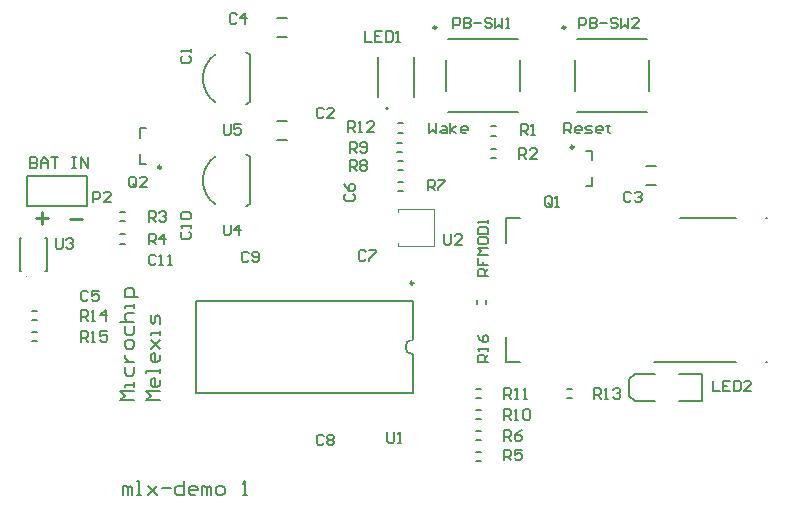
<source format=gto>
G04*
G04 #@! TF.GenerationSoftware,Altium Limited,Altium Designer,20.1.8 (145)*
G04*
G04 Layer_Color=16777215*
%FSLAX25Y25*%
%MOIN*%
G70*
G04*
G04 #@! TF.SameCoordinates,6F670A74-5D77-4B1B-A970-1CA094F5BC2F*
G04*
G04*
G04 #@! TF.FilePolarity,Positive*
G04*
G01*
G75*
%ADD10C,0.00984*%
%ADD11C,0.00787*%
%ADD12C,0.01000*%
%ADD13C,0.00394*%
%ADD14C,0.00600*%
%ADD15C,0.00500*%
%ADD16C,0.00700*%
D10*
X205839Y180760D02*
G03*
X205839Y180760I-492J0D01*
G01*
X121732Y219413D02*
G03*
X121732Y219413I-492J0D01*
G01*
X259252Y226087D02*
G03*
X259252Y226087I-492J0D01*
G01*
D11*
X205720Y162000D02*
G03*
X205720Y157000I0J-2500D01*
G01*
X151433Y256831D02*
G03*
X150181Y257637I-5932J-7831D01*
G01*
X139762Y256949D02*
G03*
X139874Y240972I5738J-7949D01*
G01*
X150133Y240387D02*
G03*
X151406Y241205I-4633J8613D01*
G01*
X151433Y222831D02*
G03*
X150181Y223637I-5932J-7831D01*
G01*
X139762Y222949D02*
G03*
X139874Y206972I5738J-7949D01*
G01*
X150133Y206387D02*
G03*
X151406Y207205I-4633J8613D01*
G01*
X197394Y239000D02*
G03*
X197394Y239000I-394J0D01*
G01*
X205720Y162000D02*
Y174854D01*
Y144146D02*
Y157000D01*
X133280Y144146D02*
Y174854D01*
X205720D01*
X133280Y144146D02*
X205720D01*
X231713Y225575D02*
X233287D01*
X231713Y222425D02*
X233287D01*
X108213Y204575D02*
X109787D01*
X108213Y201425D02*
X109787D01*
X108213Y197075D02*
X109787D01*
X108213Y193925D02*
X109787D01*
X74713Y184776D02*
X75213D01*
X74713D02*
Y195276D01*
Y195776D01*
X75213D01*
X83213Y184776D02*
X83713D01*
Y185276D01*
Y195776D01*
X83213D02*
X83713D01*
X151406Y241205D02*
Y256795D01*
Y207205D02*
Y222795D01*
X114744Y229256D02*
Y232405D01*
X116713D01*
X114744Y220595D02*
Y223744D01*
Y220595D02*
X116713D01*
X77000Y206500D02*
X97000D01*
Y216500D01*
X77000D02*
X97000D01*
X77000Y206500D02*
Y216500D01*
X200713Y221575D02*
X202287D01*
X200713Y218425D02*
X202287D01*
X200713Y211425D02*
X202287D01*
X200713Y214575D02*
X202287D01*
X200559Y227575D02*
X202134D01*
X200559Y224425D02*
X202134D01*
X226713Y124575D02*
X228287D01*
X226713Y121425D02*
X228287D01*
X226713Y131575D02*
X228287D01*
X226713Y128425D02*
X228287D01*
X160425Y269150D02*
X163575D01*
X160425Y262850D02*
X163575D01*
X78713Y161425D02*
X80287D01*
X78713Y164575D02*
X80287D01*
X78713Y168425D02*
X80287D01*
X78713Y171575D02*
X80287D01*
X257213Y142425D02*
X258787D01*
X257213Y145575D02*
X258787D01*
X231713Y233075D02*
X233287D01*
X231713Y229925D02*
X233287D01*
X200713Y230925D02*
X202287D01*
X200713Y234075D02*
X202287D01*
X265256Y213094D02*
Y216244D01*
X263287Y213094D02*
X265256D01*
Y221756D02*
Y224905D01*
X263287D02*
X265256D01*
X160425Y234650D02*
X163575D01*
X160425Y228350D02*
X163575D01*
X226713Y145575D02*
X228287D01*
X226713Y142425D02*
X228287D01*
X226713Y138575D02*
X228287D01*
X226713Y135425D02*
X228287D01*
X283425Y219650D02*
X286575D01*
X283425Y213350D02*
X286575D01*
X230075Y173713D02*
Y175287D01*
X226925Y173713D02*
Y175287D01*
X323331Y202516D02*
X323705D01*
X323331Y154484D02*
X323705D01*
X285929D02*
X313488D01*
X236717D02*
X241441D01*
X236717D02*
Y162752D01*
Y194248D02*
Y202516D01*
X241441D01*
X294591D02*
X313488D01*
X279870Y141472D02*
X286563D01*
X277902Y148953D02*
X279870Y150528D01*
X277902Y143047D02*
X279870Y141472D01*
Y150528D02*
X286563D01*
X277902Y143047D02*
Y148953D01*
X301917Y141472D02*
Y150528D01*
X294437Y141472D02*
X301917D01*
X294437Y150528D02*
X301917D01*
D12*
X213500Y266000D02*
G03*
X213500Y266000I-500J0D01*
G01*
X256500D02*
G03*
X256500Y266000I-500J0D01*
G01*
X91500Y202000D02*
X95499D01*
X80000Y202499D02*
X83999D01*
X81999Y204499D02*
Y200500D01*
D13*
X77047Y182992D02*
G03*
X77047Y182992I-197J0D01*
G01*
X200700Y205400D02*
X212900D01*
X200700Y193200D02*
X212900D01*
X200700Y204400D02*
Y205400D01*
X212900Y193200D02*
Y205400D01*
X200700Y193300D02*
Y194100D01*
D14*
X217360Y237700D02*
X240640D01*
X241300Y244967D02*
Y255033D01*
X217360Y262300D02*
X240640D01*
X216700Y244967D02*
Y255033D01*
X260360Y237700D02*
X283640D01*
X284300Y244967D02*
Y255033D01*
X260360Y262300D02*
X283640D01*
X259700Y244967D02*
Y255033D01*
D15*
X205906Y242807D02*
Y256193D01*
X194095Y242807D02*
Y256193D01*
D16*
X112722Y141700D02*
X108224D01*
X109723Y143200D01*
X108224Y144699D01*
X112722D01*
Y146199D02*
Y147698D01*
Y146948D01*
X109723D01*
Y146199D01*
Y152946D02*
Y150697D01*
X110473Y149947D01*
X111972D01*
X112722Y150697D01*
Y152946D01*
X109723Y154446D02*
X112722D01*
X111223D01*
X110473Y155196D01*
X109723Y155945D01*
Y156695D01*
X112722Y159694D02*
Y161194D01*
X111972Y161943D01*
X110473D01*
X109723Y161194D01*
Y159694D01*
X110473Y158944D01*
X111972D01*
X112722Y159694D01*
X109723Y166442D02*
Y164193D01*
X110473Y163443D01*
X111972D01*
X112722Y164193D01*
Y166442D01*
X108224Y167942D02*
X112722D01*
X110473D01*
X109723Y168691D01*
Y170191D01*
X110473Y170941D01*
X112722D01*
Y172440D02*
Y173940D01*
Y173190D01*
X109723D01*
Y172440D01*
X114222Y176189D02*
X109723D01*
Y178438D01*
X110473Y179188D01*
X111972D01*
X112722Y178438D01*
Y176189D01*
X121300Y141700D02*
X116801D01*
X118301Y143200D01*
X116801Y144699D01*
X121300D01*
Y148448D02*
Y146948D01*
X120550Y146199D01*
X119051D01*
X118301Y146948D01*
Y148448D01*
X119051Y149198D01*
X119800D01*
Y146199D01*
X121300Y150697D02*
Y152197D01*
Y151447D01*
X116801D01*
Y150697D01*
X121300Y156695D02*
Y155196D01*
X120550Y154446D01*
X119051D01*
X118301Y155196D01*
Y156695D01*
X119051Y157445D01*
X119800D01*
Y154446D01*
X118301Y158944D02*
X121300Y161943D01*
X119800Y160444D01*
X118301Y161943D01*
X121300Y158944D01*
Y163443D02*
Y164943D01*
Y164193D01*
X118301D01*
Y163443D01*
X121300Y167192D02*
Y169441D01*
X120550Y170191D01*
X119800Y169441D01*
Y167942D01*
X119051Y167192D01*
X118301Y167942D01*
Y170191D01*
X211200Y234199D02*
Y230700D01*
X212366Y231866D01*
X213533Y230700D01*
Y234199D01*
X215282Y233033D02*
X216448D01*
X217031Y232449D01*
Y230700D01*
X215282D01*
X214699Y231283D01*
X215282Y231866D01*
X217031D01*
X218198Y230700D02*
Y234199D01*
Y231866D02*
X219947Y233033D01*
X218198Y231866D02*
X219947Y230700D01*
X223446D02*
X222280D01*
X221697Y231283D01*
Y232449D01*
X222280Y233033D01*
X223446D01*
X224029Y232449D01*
Y231866D01*
X221697D01*
X256200Y230700D02*
Y234199D01*
X257949D01*
X258533Y233616D01*
Y232449D01*
X257949Y231866D01*
X256200D01*
X257366D02*
X258533Y230700D01*
X261448D02*
X260282D01*
X259699Y231283D01*
Y232449D01*
X260282Y233033D01*
X261448D01*
X262031Y232449D01*
Y231866D01*
X259699D01*
X263198Y230700D02*
X264947D01*
X265530Y231283D01*
X264947Y231866D01*
X263781D01*
X263198Y232449D01*
X263781Y233033D01*
X265530D01*
X268446Y230700D02*
X267280D01*
X266697Y231283D01*
Y232449D01*
X267280Y233033D01*
X268446D01*
X269029Y232449D01*
Y231866D01*
X266697D01*
X270779Y233616D02*
Y233033D01*
X270196D01*
X271362D01*
X270779D01*
Y231283D01*
X271362Y230700D01*
X109200Y110200D02*
Y113199D01*
X109950D01*
X110699Y112449D01*
Y110200D01*
Y112449D01*
X111449Y113199D01*
X112199Y112449D01*
Y110200D01*
X113699D02*
X115198D01*
X114448D01*
Y114699D01*
X113699D01*
X117447Y113199D02*
X120446Y110200D01*
X118947Y111699D01*
X120446Y113199D01*
X117447Y110200D01*
X121946Y112449D02*
X124945D01*
X129444Y114699D02*
Y110200D01*
X127194D01*
X126444Y110950D01*
Y112449D01*
X127194Y113199D01*
X129444D01*
X133192Y110200D02*
X131693D01*
X130943Y110950D01*
Y112449D01*
X131693Y113199D01*
X133192D01*
X133942Y112449D01*
Y111699D01*
X130943D01*
X135442Y110200D02*
Y113199D01*
X136191D01*
X136941Y112449D01*
Y110200D01*
Y112449D01*
X137691Y113199D01*
X138441Y112449D01*
Y110200D01*
X140690D02*
X142189D01*
X142939Y110950D01*
Y112449D01*
X142189Y113199D01*
X140690D01*
X139940Y112449D01*
Y110950D01*
X140690Y110200D01*
X148937D02*
X150437D01*
X149687D01*
Y114699D01*
X148937Y113949D01*
X78200Y222699D02*
Y219200D01*
X79949D01*
X80533Y219783D01*
Y220366D01*
X79949Y220949D01*
X78200D01*
X79949D01*
X80533Y221533D01*
Y222116D01*
X79949Y222699D01*
X78200D01*
X81699Y219200D02*
Y221533D01*
X82865Y222699D01*
X84031Y221533D01*
Y219200D01*
Y220949D01*
X81699D01*
X85198Y222699D02*
X87530D01*
X86364D01*
Y219200D01*
X92195Y222699D02*
X93362D01*
X92779D01*
Y219200D01*
X92195D01*
X93362D01*
X95111D02*
Y222699D01*
X97444Y219200D01*
Y222699D01*
X197167Y131009D02*
Y128094D01*
X197751Y127510D01*
X198917D01*
X199500Y128094D01*
Y131009D01*
X200666Y127510D02*
X201833D01*
X201249D01*
Y131009D01*
X200666Y130426D01*
X120042Y189666D02*
X119459Y190249D01*
X118293D01*
X117710Y189666D01*
Y187334D01*
X118293Y186751D01*
X119459D01*
X120042Y187334D01*
X121208Y186751D02*
X122375D01*
X121792D01*
Y190249D01*
X121208Y189666D01*
X124124Y186751D02*
X125290D01*
X124707D01*
Y190249D01*
X124124Y189666D01*
X142584Y233749D02*
Y230834D01*
X143167Y230251D01*
X144334D01*
X144917Y230834D01*
Y233749D01*
X148416D02*
X146083D01*
Y232000D01*
X147249Y232583D01*
X147833D01*
X148416Y232000D01*
Y230834D01*
X147833Y230251D01*
X146666D01*
X146083Y230834D01*
X142584Y200249D02*
Y197334D01*
X143167Y196751D01*
X144334D01*
X144917Y197334D01*
Y200249D01*
X147833Y196751D02*
Y200249D01*
X146083Y198500D01*
X148416D01*
X128834Y197959D02*
X128251Y197376D01*
Y196210D01*
X128834Y195626D01*
X131166D01*
X131749Y196210D01*
Y197376D01*
X131166Y197959D01*
X131749Y199125D02*
Y200292D01*
Y199708D01*
X128251D01*
X128834Y199125D01*
Y202041D02*
X128251Y202624D01*
Y203790D01*
X128834Y204374D01*
X131166D01*
X131749Y203790D01*
Y202624D01*
X131166Y202041D01*
X128834D01*
X113417Y213334D02*
Y215666D01*
X112834Y216249D01*
X111667D01*
X111084Y215666D01*
Y213334D01*
X111667Y212751D01*
X112834D01*
X112251Y213917D02*
X113417Y212751D01*
X112834D02*
X113417Y213334D01*
X116916Y212751D02*
X114583D01*
X116916Y215083D01*
Y215666D01*
X116333Y216249D01*
X115166D01*
X114583Y215666D01*
X230749Y154626D02*
X227251D01*
Y156376D01*
X227834Y156959D01*
X229000D01*
X229583Y156376D01*
Y154626D01*
Y155793D02*
X230749Y156959D01*
Y158125D02*
Y159292D01*
Y158708D01*
X227251D01*
X227834Y158125D01*
X227251Y163374D02*
X227834Y162207D01*
X229000Y161041D01*
X230166D01*
X230749Y161624D01*
Y162790D01*
X230166Y163374D01*
X229583D01*
X229000Y162790D01*
Y161041D01*
X86584Y195749D02*
Y192834D01*
X87167Y192251D01*
X88334D01*
X88917Y192834D01*
Y195749D01*
X90083Y195166D02*
X90666Y195749D01*
X91833D01*
X92416Y195166D01*
Y194583D01*
X91833Y194000D01*
X91249D01*
X91833D01*
X92416Y193417D01*
Y192834D01*
X91833Y192251D01*
X90666D01*
X90083Y192834D01*
X216084Y197049D02*
Y194134D01*
X216667Y193551D01*
X217834D01*
X218417Y194134D01*
Y197049D01*
X221916Y193551D02*
X219583D01*
X221916Y195883D01*
Y196466D01*
X221333Y197049D01*
X220166D01*
X219583Y196466D01*
X230749Y183170D02*
X227251D01*
Y184919D01*
X227834Y185502D01*
X229000D01*
X229583Y184919D01*
Y183170D01*
Y184336D02*
X230749Y185502D01*
X227251Y189001D02*
Y186669D01*
X229000D01*
Y187835D01*
Y186669D01*
X230749D01*
Y190167D02*
X227251D01*
X228417Y191334D01*
X227251Y192500D01*
X230749D01*
X227251Y195416D02*
Y194249D01*
X227834Y193666D01*
X230166D01*
X230749Y194249D01*
Y195416D01*
X230166Y195999D01*
X227834D01*
X227251Y195416D01*
Y197165D02*
X230749D01*
Y198915D01*
X230166Y199498D01*
X227834D01*
X227251Y198915D01*
Y197165D01*
X230749Y200664D02*
Y201830D01*
Y201247D01*
X227251D01*
X227834Y200664D01*
X95126Y161251D02*
Y164749D01*
X96876D01*
X97459Y164166D01*
Y163000D01*
X96876Y162417D01*
X95126D01*
X96293D02*
X97459Y161251D01*
X98625D02*
X99792D01*
X99208D01*
Y164749D01*
X98625Y164166D01*
X103874Y164749D02*
X101541D01*
Y163000D01*
X102707Y163583D01*
X103290D01*
X103874Y163000D01*
Y161834D01*
X103290Y161251D01*
X102124D01*
X101541Y161834D01*
X95126Y168251D02*
Y171749D01*
X96876D01*
X97459Y171166D01*
Y170000D01*
X96876Y169417D01*
X95126D01*
X96293D02*
X97459Y168251D01*
X98625D02*
X99792D01*
X99208D01*
Y171749D01*
X98625Y171166D01*
X103290Y168251D02*
Y171749D01*
X101541Y170000D01*
X103874D01*
X266126Y142251D02*
Y145749D01*
X267876D01*
X268459Y145166D01*
Y144000D01*
X267876Y143417D01*
X266126D01*
X267293D02*
X268459Y142251D01*
X269625D02*
X270792D01*
X270208D01*
Y145749D01*
X269625Y145166D01*
X272541D02*
X273124Y145749D01*
X274290D01*
X274874Y145166D01*
Y144583D01*
X274290Y144000D01*
X273707D01*
X274290D01*
X274874Y143417D01*
Y142834D01*
X274290Y142251D01*
X273124D01*
X272541Y142834D01*
X184126Y231251D02*
Y234749D01*
X185876D01*
X186459Y234166D01*
Y233000D01*
X185876Y232417D01*
X184126D01*
X185293D02*
X186459Y231251D01*
X187625D02*
X188792D01*
X188208D01*
Y234749D01*
X187625Y234166D01*
X192874Y231251D02*
X190541D01*
X192874Y233583D01*
Y234166D01*
X192290Y234749D01*
X191124D01*
X190541Y234166D01*
X236210Y142251D02*
Y145749D01*
X237959D01*
X238542Y145166D01*
Y144000D01*
X237959Y143417D01*
X236210D01*
X237376D02*
X238542Y142251D01*
X239708D02*
X240875D01*
X240292D01*
Y145749D01*
X239708Y145166D01*
X242624Y142251D02*
X243790D01*
X243207D01*
Y145749D01*
X242624Y145166D01*
X236126Y135251D02*
Y138749D01*
X237876D01*
X238459Y138166D01*
Y137000D01*
X237876Y136417D01*
X236126D01*
X237293D02*
X238459Y135251D01*
X239625D02*
X240792D01*
X240208D01*
Y138749D01*
X239625Y138166D01*
X242541D02*
X243124Y138749D01*
X244290D01*
X244874Y138166D01*
Y135834D01*
X244290Y135251D01*
X243124D01*
X242541Y135834D01*
Y138166D01*
X184584Y224251D02*
Y227749D01*
X186334D01*
X186917Y227166D01*
Y226000D01*
X186334Y225417D01*
X184584D01*
X185751D02*
X186917Y224251D01*
X188083Y224834D02*
X188666Y224251D01*
X189833D01*
X190416Y224834D01*
Y227166D01*
X189833Y227749D01*
X188666D01*
X188083Y227166D01*
Y226583D01*
X188666Y226000D01*
X190416D01*
X184584Y218251D02*
Y221749D01*
X186334D01*
X186917Y221166D01*
Y220000D01*
X186334Y219417D01*
X184584D01*
X185751D02*
X186917Y218251D01*
X188083Y221166D02*
X188666Y221749D01*
X189833D01*
X190416Y221166D01*
Y220583D01*
X189833Y220000D01*
X190416Y219417D01*
Y218834D01*
X189833Y218251D01*
X188666D01*
X188083Y218834D01*
Y219417D01*
X188666Y220000D01*
X188083Y220583D01*
Y221166D01*
X188666Y220000D02*
X189833D01*
X210584Y211751D02*
Y215249D01*
X212334D01*
X212917Y214666D01*
Y213500D01*
X212334Y212917D01*
X210584D01*
X211751D02*
X212917Y211751D01*
X214083Y215249D02*
X216416D01*
Y214666D01*
X214083Y212334D01*
Y211751D01*
X236084Y128251D02*
Y131749D01*
X237834D01*
X238417Y131166D01*
Y130000D01*
X237834Y129417D01*
X236084D01*
X237251D02*
X238417Y128251D01*
X241916Y131749D02*
X240749Y131166D01*
X239583Y130000D01*
Y128834D01*
X240166Y128251D01*
X241333D01*
X241916Y128834D01*
Y129417D01*
X241333Y130000D01*
X239583D01*
X236084Y121751D02*
Y125249D01*
X237834D01*
X238417Y124666D01*
Y123500D01*
X237834Y122917D01*
X236084D01*
X237251D02*
X238417Y121751D01*
X241916Y125249D02*
X239583D01*
Y123500D01*
X240749Y124083D01*
X241333D01*
X241916Y123500D01*
Y122334D01*
X241333Y121751D01*
X240166D01*
X239583Y122334D01*
X117584Y193751D02*
Y197249D01*
X119334D01*
X119917Y196666D01*
Y195500D01*
X119334Y194917D01*
X117584D01*
X118751D02*
X119917Y193751D01*
X122833D02*
Y197249D01*
X121083Y195500D01*
X123416D01*
X117584Y201251D02*
Y204749D01*
X119334D01*
X119917Y204166D01*
Y203000D01*
X119334Y202417D01*
X117584D01*
X118751D02*
X119917Y201251D01*
X121083Y204166D02*
X121666Y204749D01*
X122833D01*
X123416Y204166D01*
Y203583D01*
X122833Y203000D01*
X122249D01*
X122833D01*
X123416Y202417D01*
Y201834D01*
X122833Y201251D01*
X121666D01*
X121083Y201834D01*
X241084Y222251D02*
Y225749D01*
X242834D01*
X243417Y225166D01*
Y224000D01*
X242834Y223417D01*
X241084D01*
X242251D02*
X243417Y222251D01*
X246916D02*
X244583D01*
X246916Y224583D01*
Y225166D01*
X246333Y225749D01*
X245166D01*
X244583Y225166D01*
X241667Y230251D02*
Y233749D01*
X243417D01*
X244000Y233166D01*
Y232000D01*
X243417Y231417D01*
X241667D01*
X242834D02*
X244000Y230251D01*
X245166D02*
X246333D01*
X245749D01*
Y233749D01*
X245166Y233166D01*
X252000Y206834D02*
Y209166D01*
X251417Y209749D01*
X250251D01*
X249667Y209166D01*
Y206834D01*
X250251Y206251D01*
X251417D01*
X250834Y207417D02*
X252000Y206251D01*
X251417D02*
X252000Y206834D01*
X253166Y206251D02*
X254333D01*
X253749D01*
Y209749D01*
X253166Y209166D01*
X261087Y265751D02*
Y269249D01*
X262836D01*
X263419Y268666D01*
Y267500D01*
X262836Y266917D01*
X261087D01*
X264585Y269249D02*
Y265751D01*
X266335D01*
X266918Y266334D01*
Y266917D01*
X266335Y267500D01*
X264585D01*
X266335D01*
X266918Y268083D01*
Y268666D01*
X266335Y269249D01*
X264585D01*
X268084Y267500D02*
X270417D01*
X273916Y268666D02*
X273333Y269249D01*
X272166D01*
X271583Y268666D01*
Y268083D01*
X272166Y267500D01*
X273333D01*
X273916Y266917D01*
Y266334D01*
X273333Y265751D01*
X272166D01*
X271583Y266334D01*
X275082Y269249D02*
Y265751D01*
X276248Y266917D01*
X277415Y265751D01*
Y269249D01*
X280913Y265751D02*
X278581D01*
X280913Y268083D01*
Y268666D01*
X280330Y269249D01*
X279164D01*
X278581Y268666D01*
X219170Y265751D02*
Y269249D01*
X220919D01*
X221502Y268666D01*
Y267500D01*
X220919Y266917D01*
X219170D01*
X222669Y269249D02*
Y265751D01*
X224418D01*
X225001Y266334D01*
Y266917D01*
X224418Y267500D01*
X222669D01*
X224418D01*
X225001Y268083D01*
Y268666D01*
X224418Y269249D01*
X222669D01*
X226167Y267500D02*
X228500D01*
X231999Y268666D02*
X231416Y269249D01*
X230249D01*
X229666Y268666D01*
Y268083D01*
X230249Y267500D01*
X231416D01*
X231999Y266917D01*
Y266334D01*
X231416Y265751D01*
X230249D01*
X229666Y266334D01*
X233165Y269249D02*
Y265751D01*
X234331Y266917D01*
X235498Y265751D01*
Y269249D01*
X236664Y265751D02*
X237830D01*
X237247D01*
Y269249D01*
X236664Y268666D01*
X99084Y207751D02*
Y211249D01*
X100834D01*
X101417Y210666D01*
Y209500D01*
X100834Y208917D01*
X99084D01*
X104916Y207751D02*
X102583D01*
X104916Y210083D01*
Y210666D01*
X104333Y211249D01*
X103166D01*
X102583Y210666D01*
X305585Y148249D02*
Y144751D01*
X307918D01*
X311417Y148249D02*
X309084D01*
Y144751D01*
X311417D01*
X309084Y146500D02*
X310251D01*
X312583Y148249D02*
Y144751D01*
X314333D01*
X314916Y145334D01*
Y147666D01*
X314333Y148249D01*
X312583D01*
X318415Y144751D02*
X316082D01*
X318415Y147083D01*
Y147666D01*
X317831Y148249D01*
X316665D01*
X316082Y147666D01*
X189669Y264749D02*
Y261251D01*
X192001D01*
X195500Y264749D02*
X193167D01*
Y261251D01*
X195500D01*
X193167Y263000D02*
X194334D01*
X196666Y264749D02*
Y261251D01*
X198416D01*
X198999Y261834D01*
Y264166D01*
X198416Y264749D01*
X196666D01*
X200165Y261251D02*
X201331D01*
X200748D01*
Y264749D01*
X200165Y264166D01*
X150917Y190666D02*
X150334Y191249D01*
X149167D01*
X148584Y190666D01*
Y188334D01*
X149167Y187751D01*
X150334D01*
X150917Y188334D01*
X152083D02*
X152666Y187751D01*
X153833D01*
X154416Y188334D01*
Y190666D01*
X153833Y191249D01*
X152666D01*
X152083Y190666D01*
Y190083D01*
X152666Y189500D01*
X154416D01*
X175917Y129666D02*
X175334Y130249D01*
X174167D01*
X173584Y129666D01*
Y127334D01*
X174167Y126751D01*
X175334D01*
X175917Y127334D01*
X177083Y129666D02*
X177666Y130249D01*
X178833D01*
X179416Y129666D01*
Y129083D01*
X178833Y128500D01*
X179416Y127917D01*
Y127334D01*
X178833Y126751D01*
X177666D01*
X177083Y127334D01*
Y127917D01*
X177666Y128500D01*
X177083Y129083D01*
Y129666D01*
X177666Y128500D02*
X178833D01*
X189917Y191166D02*
X189334Y191749D01*
X188167D01*
X187584Y191166D01*
Y188834D01*
X188167Y188251D01*
X189334D01*
X189917Y188834D01*
X191083Y191749D02*
X193416D01*
Y191166D01*
X191083Y188834D01*
Y188251D01*
X183334Y210417D02*
X182751Y209834D01*
Y208667D01*
X183334Y208084D01*
X185666D01*
X186249Y208667D01*
Y209834D01*
X185666Y210417D01*
X182751Y213916D02*
X183334Y212749D01*
X184500Y211583D01*
X185666D01*
X186249Y212166D01*
Y213333D01*
X185666Y213916D01*
X185083D01*
X184500Y213333D01*
Y211583D01*
X97417Y177666D02*
X96834Y178249D01*
X95667D01*
X95084Y177666D01*
Y175334D01*
X95667Y174751D01*
X96834D01*
X97417Y175334D01*
X100916Y178249D02*
X98583D01*
Y176500D01*
X99749Y177083D01*
X100333D01*
X100916Y176500D01*
Y175334D01*
X100333Y174751D01*
X99166D01*
X98583Y175334D01*
X146917Y270166D02*
X146334Y270749D01*
X145167D01*
X144584Y270166D01*
Y267834D01*
X145167Y267251D01*
X146334D01*
X146917Y267834D01*
X149833Y267251D02*
Y270749D01*
X148083Y269000D01*
X150416D01*
X278417Y210666D02*
X277834Y211249D01*
X276667D01*
X276084Y210666D01*
Y208334D01*
X276667Y207751D01*
X277834D01*
X278417Y208334D01*
X279583Y210666D02*
X280166Y211249D01*
X281333D01*
X281916Y210666D01*
Y210083D01*
X281333Y209500D01*
X280749D01*
X281333D01*
X281916Y208917D01*
Y208334D01*
X281333Y207751D01*
X280166D01*
X279583Y208334D01*
X175917Y238666D02*
X175334Y239249D01*
X174167D01*
X173584Y238666D01*
Y236334D01*
X174167Y235751D01*
X175334D01*
X175917Y236334D01*
X179416Y235751D02*
X177083D01*
X179416Y238083D01*
Y238666D01*
X178833Y239249D01*
X177666D01*
X177083Y238666D01*
X128834Y256500D02*
X128251Y255917D01*
Y254751D01*
X128834Y254167D01*
X131166D01*
X131749Y254751D01*
Y255917D01*
X131166Y256500D01*
X131749Y257666D02*
Y258833D01*
Y258249D01*
X128251D01*
X128834Y257666D01*
M02*

</source>
